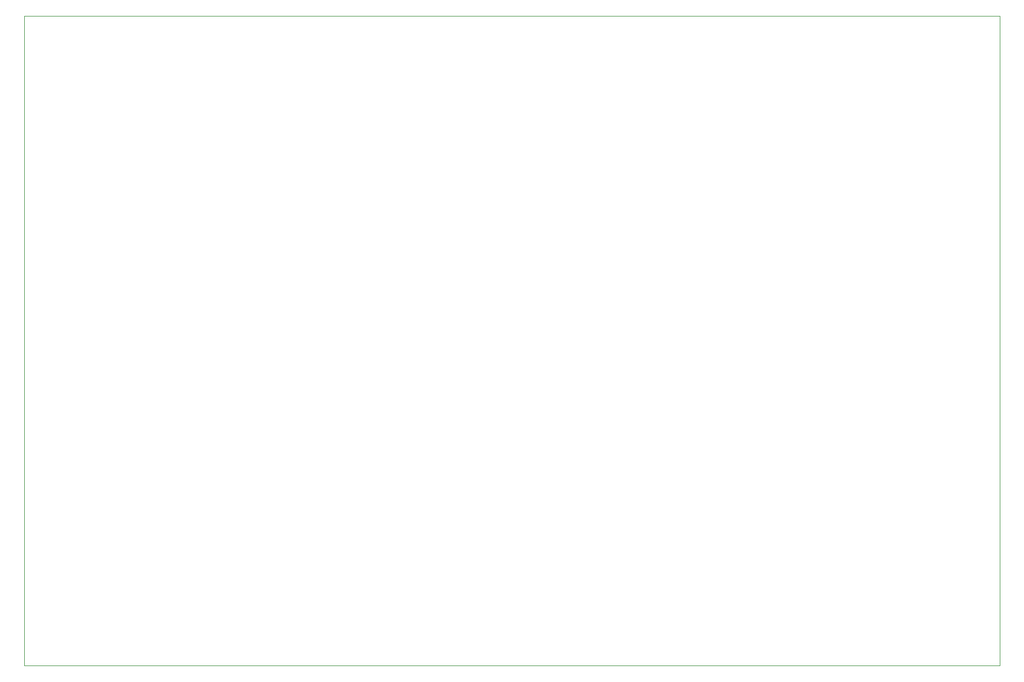
<source format=gbr>
%TF.GenerationSoftware,KiCad,Pcbnew,9.0.6-9.0.6~ubuntu24.04.1*%
%TF.CreationDate,2025-12-04T09:52:22-03:00*%
%TF.ProjectId,backplanev5,6261636b-706c-4616-9e65-76352e6b6963,A*%
%TF.SameCoordinates,Original*%
%TF.FileFunction,Profile,NP*%
%FSLAX46Y46*%
G04 Gerber Fmt 4.6, Leading zero omitted, Abs format (unit mm)*
G04 Created by KiCad (PCBNEW 9.0.6-9.0.6~ubuntu24.04.1) date 2025-12-04 09:52:22*
%MOMM*%
%LPD*%
G01*
G04 APERTURE LIST*
%TA.AperFunction,Profile*%
%ADD10C,0.000000*%
%TD*%
G04 APERTURE END LIST*
D10*
X15260000Y-19980000D02*
X165260000Y-19980000D01*
X165260000Y-119980000D01*
X15260000Y-119980000D01*
X15260000Y-19980000D01*
M02*

</source>
